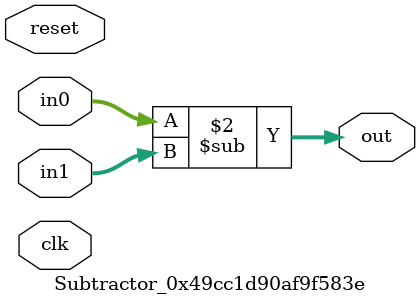
<source format=v>
`default_nettype none
module GcdUnitRTL_0x791afe0d4d8c
(
  input  wire [   0:0] clk,
  input  wire [  31:0] req_msg,
  output wire [   0:0] req_rdy,
  input  wire [   0:0] req_val,
  input  wire [   0:0] reset,
  output wire [  15:0] resp_msg,
  input  wire [   0:0] resp_rdy,
  output wire [   0:0] resp_val
);

  // ctrl temporaries
  wire   [   0:0] ctrl$is_b_zero;
  wire   [   0:0] ctrl$resp_rdy;
  wire   [   0:0] ctrl$clk;
  wire   [   0:0] ctrl$is_a_lt_b;
  wire   [   0:0] ctrl$req_val;
  wire   [   0:0] ctrl$reset;
  wire   [   1:0] ctrl$a_mux_sel;
  wire   [   0:0] ctrl$resp_val;
  wire   [   0:0] ctrl$b_mux_sel;
  wire   [   0:0] ctrl$b_reg_en;
  wire   [   0:0] ctrl$a_reg_en;
  wire   [   0:0] ctrl$req_rdy;

  GcdUnitCtrlRTL_0x791afe0d4d8c ctrl
  (
    .is_b_zero ( ctrl$is_b_zero ),
    .resp_rdy  ( ctrl$resp_rdy ),
    .clk       ( ctrl$clk ),
    .is_a_lt_b ( ctrl$is_a_lt_b ),
    .req_val   ( ctrl$req_val ),
    .reset     ( ctrl$reset ),
    .a_mux_sel ( ctrl$a_mux_sel ),
    .resp_val  ( ctrl$resp_val ),
    .b_mux_sel ( ctrl$b_mux_sel ),
    .b_reg_en  ( ctrl$b_reg_en ),
    .a_reg_en  ( ctrl$a_reg_en ),
    .req_rdy   ( ctrl$req_rdy )
  );

  // dpath temporaries
  wire   [   1:0] dpath$a_mux_sel;
  wire   [   0:0] dpath$clk;
  wire   [  15:0] dpath$req_msg_b;
  wire   [  15:0] dpath$req_msg_a;
  wire   [   0:0] dpath$b_mux_sel;
  wire   [   0:0] dpath$reset;
  wire   [   0:0] dpath$b_reg_en;
  wire   [   0:0] dpath$a_reg_en;
  wire   [   0:0] dpath$is_b_zero;
  wire   [  15:0] dpath$resp_msg;
  wire   [   0:0] dpath$is_a_lt_b;

  GcdUnitDpathRTL_0x791afe0d4d8c dpath
  (
    .a_mux_sel ( dpath$a_mux_sel ),
    .clk       ( dpath$clk ),
    .req_msg_b ( dpath$req_msg_b ),
    .req_msg_a ( dpath$req_msg_a ),
    .b_mux_sel ( dpath$b_mux_sel ),
    .reset     ( dpath$reset ),
    .b_reg_en  ( dpath$b_reg_en ),
    .a_reg_en  ( dpath$a_reg_en ),
    .is_b_zero ( dpath$is_b_zero ),
    .resp_msg  ( dpath$resp_msg ),
    .is_a_lt_b ( dpath$is_a_lt_b )
  );

  // signal connections
  assign ctrl$clk        = clk;
  assign ctrl$is_a_lt_b  = dpath$is_a_lt_b;
  assign ctrl$is_b_zero  = dpath$is_b_zero;
  assign ctrl$req_val    = req_val;
  assign ctrl$reset      = reset;
  assign ctrl$resp_rdy   = resp_rdy;
  assign dpath$a_mux_sel = ctrl$a_mux_sel;
  assign dpath$a_reg_en  = ctrl$a_reg_en;
  assign dpath$b_mux_sel = ctrl$b_mux_sel;
  assign dpath$b_reg_en  = ctrl$b_reg_en;
  assign dpath$clk       = clk;
  assign dpath$req_msg_a = req_msg[31:16];
  assign dpath$req_msg_b = req_msg[15:0];
  assign dpath$reset     = reset;
  assign req_rdy         = ctrl$req_rdy;
  assign resp_msg        = dpath$resp_msg;
  assign resp_val        = ctrl$resp_val;



endmodule // GcdUnitRTL_0x791afe0d4d8c
`default_nettype wire

//-----------------------------------------------------------------------------
// GcdUnitCtrlRTL_0x791afe0d4d8c
//-----------------------------------------------------------------------------
// dump-vcd: False
`default_nettype none
module GcdUnitCtrlRTL_0x791afe0d4d8c
(
  output reg  [   1:0] a_mux_sel,
  output reg  [   0:0] a_reg_en,
  output reg  [   0:0] b_mux_sel,
  output reg  [   0:0] b_reg_en,
  input  wire [   0:0] clk,
  input  wire [   0:0] is_a_lt_b,
  input  wire [   0:0] is_b_zero,
  output reg  [   0:0] req_rdy,
  input  wire [   0:0] req_val,
  input  wire [   0:0] reset,
  input  wire [   0:0] resp_rdy,
  output reg  [   0:0] resp_val
);

  // register declarations
  reg    [   1:0] curr_state__0;
  reg    [   1:0] current_state__1;
  reg    [   0:0] do_sub;
  reg    [   0:0] do_swap;
  reg    [   1:0] next_state__0;
  reg    [   1:0] state$in_;

  // localparam declarations
  localparam A_MUX_SEL_B = 2;
  localparam A_MUX_SEL_IN = 0;
  localparam A_MUX_SEL_SUB = 1;
  localparam A_MUX_SEL_X = 0;
  localparam B_MUX_SEL_A = 0;
  localparam B_MUX_SEL_IN = 1;
  localparam B_MUX_SEL_X = 0;
  localparam STATE_CALC = 1;
  localparam STATE_DONE = 2;
  localparam STATE_IDLE = 0;

  // state temporaries
  wire   [   0:0] state$reset;
  wire   [   0:0] state$clk;
  wire   [   1:0] state$out;

  RegRst_0x9d590fa560cd325 state
  (
    .reset ( state$reset ),
    .in_   ( state$in_ ),
    .clk   ( state$clk ),
    .out   ( state$out )
  );

  // signal connections
  assign state$clk   = clk;
  assign state$reset = reset;


  // PYMTL SOURCE:
  //
  // @s.combinational
  // def state_transitions():
  //
  //       curr_state = s.state.out
  //       next_state = s.state.out
  //
  //       # Transitions out of IDLE state
  //
  //       if ( curr_state == s.STATE_IDLE ):
  //         if ( s.req_val ):
  //           next_state = s.STATE_CALC
  //
  //       # Transitions out of CALC state
  //
  //       if ( curr_state == s.STATE_CALC ):
  //         if ( not s.is_a_lt_b and s.is_b_zero ):
  //           next_state = s.STATE_DONE
  //
  //       # Transitions out of DONE state
  //
  //       if ( curr_state == s.STATE_DONE ):
  //         if ( s.resp_val and s.resp_rdy ):
  //           next_state = s.STATE_IDLE
  //
  //       s.state.in_.value = next_state

  // logic for state_transitions()
  always @ (*) begin
    curr_state__0 = state$out;
    next_state__0 = state$out;
    if ((curr_state__0 == STATE_IDLE)) begin
      if (req_val) begin
        next_state__0 = STATE_CALC;
      end
      else begin
      end
    end
    else begin
    end
    if ((curr_state__0 == STATE_CALC)) begin
      if ((!is_a_lt_b&&is_b_zero)) begin
        next_state__0 = STATE_DONE;
      end
      else begin
      end
    end
    else begin
    end
    if ((curr_state__0 == STATE_DONE)) begin
      if ((resp_val&&resp_rdy)) begin
        next_state__0 = STATE_IDLE;
      end
      else begin
      end
    end
    else begin
    end
    state$in_ = next_state__0;
  end

  // PYMTL SOURCE:
  //
  // @s.combinational
  // def state_outputs():
  //
  //       current_state = s.state.out
  //
  //       # In IDLE state we simply wait for inputs to arrive and latch them
  //
  //       if current_state == s.STATE_IDLE:
  //         s.req_rdy.value   = 1
  //         s.resp_val.value  = 0
  //         s.a_mux_sel.value = A_MUX_SEL_IN
  //         s.a_reg_en.value  = 1
  //         s.b_mux_sel.value = B_MUX_SEL_IN
  //         s.b_reg_en.value  = 1
  //
  //       # In CALC state we iteratively swap/sub to calculate GCD
  //
  //       elif current_state == s.STATE_CALC:
  //
  //         s.do_swap.value = s.is_a_lt_b
  //         s.do_sub.value  = ~s.is_b_zero
  //
  //         s.req_rdy.value   = 0
  //         s.resp_val.value  = 0
  //         s.a_mux_sel.value = A_MUX_SEL_B if s.do_swap else A_MUX_SEL_SUB
  //         s.a_reg_en.value  = 1
  //         s.b_mux_sel.value = B_MUX_SEL_A
  //         s.b_reg_en.value  = s.do_swap
  //
  //       # In DONE state we simply wait for output transaction to occur
  //
  //       elif current_state == s.STATE_DONE:
  //         s.req_rdy.value   = 0
  //         s.resp_val.value  = 1
  //         s.a_mux_sel.value = A_MUX_SEL_X
  //         s.a_reg_en.value  = 0
  //         s.b_mux_sel.value = B_MUX_SEL_X
  //         s.b_reg_en.value  = 0

  // logic for state_outputs()
  always @ (*) begin
    current_state__1 = state$out;
    if ((current_state__1 == STATE_IDLE)) begin
      req_rdy = 1;
      resp_val = 0;
      a_mux_sel = A_MUX_SEL_IN;
      a_reg_en = 1;
      b_mux_sel = B_MUX_SEL_IN;
      b_reg_en = 1;
    end
    else begin
      if ((current_state__1 == STATE_CALC)) begin
        do_swap = is_a_lt_b;
        do_sub = ~is_b_zero;
        req_rdy = 0;
        resp_val = 0;
        a_mux_sel = do_swap ? A_MUX_SEL_B : A_MUX_SEL_SUB;
        a_reg_en = 1;
        b_mux_sel = B_MUX_SEL_A;
        b_reg_en = do_swap;
      end
      else begin
        if ((current_state__1 == STATE_DONE)) begin
          req_rdy = 0;
          resp_val = 1;
          a_mux_sel = A_MUX_SEL_X;
          a_reg_en = 0;
          b_mux_sel = B_MUX_SEL_X;
          b_reg_en = 0;
        end
        else begin
        end
      end
    end
  end


endmodule // GcdUnitCtrlRTL_0x791afe0d4d8c
`default_nettype wire

//-----------------------------------------------------------------------------
// RegRst_0x9d590fa560cd325
//-----------------------------------------------------------------------------
// dtype: 2
// reset_value: 0
// dump-vcd: False
`default_nettype none
module RegRst_0x9d590fa560cd325
(
  input  wire [   0:0] clk,
  input  wire [   1:0] in_,
  output reg  [   1:0] out,
  input  wire [   0:0] reset
);

  // localparam declarations
  localparam reset_value = 0;



  // PYMTL SOURCE:
  //
  // @s.posedge_clk
  // def seq_logic():
  //       if s.reset:
  //         s.out.next = reset_value
  //       else:
  //         s.out.next = s.in_

  // logic for seq_logic()
  always @ (posedge clk) begin
    if (reset) begin
      out <= reset_value;
    end
    else begin
      out <= in_;
    end
  end


endmodule // RegRst_0x9d590fa560cd325
`default_nettype wire

//-----------------------------------------------------------------------------
// GcdUnitDpathRTL_0x791afe0d4d8c
//-----------------------------------------------------------------------------
// dump-vcd: False
`default_nettype none
module GcdUnitDpathRTL_0x791afe0d4d8c
(
  input  wire [   1:0] a_mux_sel,
  input  wire [   0:0] a_reg_en,
  input  wire [   0:0] b_mux_sel,
  input  wire [   0:0] b_reg_en,
  input  wire [   0:0] clk,
  output wire [   0:0] is_a_lt_b,
  output wire [   0:0] is_b_zero,
  input  wire [  15:0] req_msg_a,
  input  wire [  15:0] req_msg_b,
  input  wire [   0:0] reset,
  output wire [  15:0] resp_msg
);

  // wire declarations
  wire   [  15:0] sub_out;
  wire   [  15:0] b_reg_out;


  // a_reg temporaries
  wire   [   0:0] a_reg$reset;
  wire   [  15:0] a_reg$in_;
  wire   [   0:0] a_reg$clk;
  wire   [   0:0] a_reg$en;
  wire   [  15:0] a_reg$out;

  RegEn_0x228aa7180340622c a_reg
  (
    .reset ( a_reg$reset ),
    .in_   ( a_reg$in_ ),
    .clk   ( a_reg$clk ),
    .en    ( a_reg$en ),
    .out   ( a_reg$out )
  );

  // a_lt_b temporaries
  wire   [   0:0] a_lt_b$reset;
  wire   [   0:0] a_lt_b$clk;
  wire   [  15:0] a_lt_b$in0;
  wire   [  15:0] a_lt_b$in1;
  wire   [   0:0] a_lt_b$out;

  LtComparator_0x49cc1d90af9f583e a_lt_b
  (
    .reset ( a_lt_b$reset ),
    .clk   ( a_lt_b$clk ),
    .in0   ( a_lt_b$in0 ),
    .in1   ( a_lt_b$in1 ),
    .out   ( a_lt_b$out )
  );

  // b_zero temporaries
  wire   [   0:0] b_zero$reset;
  wire   [  15:0] b_zero$in_;
  wire   [   0:0] b_zero$clk;
  wire   [   0:0] b_zero$out;

  ZeroComparator_0x49cc1d90af9f583e b_zero
  (
    .reset ( b_zero$reset ),
    .in_   ( b_zero$in_ ),
    .clk   ( b_zero$clk ),
    .out   ( b_zero$out )
  );

  // a_mux temporaries
  wire   [   0:0] a_mux$reset;
  wire   [  15:0] a_mux$in_$000;
  wire   [  15:0] a_mux$in_$001;
  wire   [  15:0] a_mux$in_$002;
  wire   [   0:0] a_mux$clk;
  wire   [   1:0] a_mux$sel;
  wire   [  15:0] a_mux$out;

  Mux_0x568f47d5c91d60ea a_mux
  (
    .reset   ( a_mux$reset ),
    .in_$000 ( a_mux$in_$000 ),
    .in_$001 ( a_mux$in_$001 ),
    .in_$002 ( a_mux$in_$002 ),
    .clk     ( a_mux$clk ),
    .sel     ( a_mux$sel ),
    .out     ( a_mux$out )
  );

  // b_mux temporaries
  wire   [   0:0] b_mux$reset;
  wire   [  15:0] b_mux$in_$000;
  wire   [  15:0] b_mux$in_$001;
  wire   [   0:0] b_mux$clk;
  wire   [   0:0] b_mux$sel;
  wire   [  15:0] b_mux$out;

  Mux_0x18182ca682bd5d4d b_mux
  (
    .reset   ( b_mux$reset ),
    .in_$000 ( b_mux$in_$000 ),
    .in_$001 ( b_mux$in_$001 ),
    .clk     ( b_mux$clk ),
    .sel     ( b_mux$sel ),
    .out     ( b_mux$out )
  );

  // sub temporaries
  wire   [   0:0] sub$reset;
  wire   [   0:0] sub$clk;
  wire   [  15:0] sub$in0;
  wire   [  15:0] sub$in1;
  wire   [  15:0] sub$out;

  Subtractor_0x49cc1d90af9f583e sub
  (
    .reset ( sub$reset ),
    .clk   ( sub$clk ),
    .in0   ( sub$in0 ),
    .in1   ( sub$in1 ),
    .out   ( sub$out )
  );

  // b_reg temporaries
  wire   [   0:0] b_reg$reset;
  wire   [  15:0] b_reg$in_;
  wire   [   0:0] b_reg$clk;
  wire   [   0:0] b_reg$en;
  wire   [  15:0] b_reg$out;

  RegEn_0x228aa7180340622c b_reg
  (
    .reset ( b_reg$reset ),
    .in_   ( b_reg$in_ ),
    .clk   ( b_reg$clk ),
    .en    ( b_reg$en ),
    .out   ( b_reg$out )
  );

  // signal connections
  assign a_lt_b$clk    = clk;
  assign a_lt_b$in0    = a_reg$out;
  assign a_lt_b$in1    = b_reg$out;
  assign a_lt_b$reset  = reset;
  assign a_mux$clk     = clk;
  assign a_mux$in_$000 = req_msg_a;
  assign a_mux$in_$001 = sub_out;
  assign a_mux$in_$002 = b_reg_out;
  assign a_mux$reset   = reset;
  assign a_mux$sel     = a_mux_sel;
  assign a_reg$clk     = clk;
  assign a_reg$en      = a_reg_en;
  assign a_reg$in_     = a_mux$out;
  assign a_reg$reset   = reset;
  assign b_mux$clk     = clk;
  assign b_mux$in_$000 = a_reg$out;
  assign b_mux$in_$001 = req_msg_b;
  assign b_mux$reset   = reset;
  assign b_mux$sel     = b_mux_sel;
  assign b_reg$clk     = clk;
  assign b_reg$en      = b_reg_en;
  assign b_reg$in_     = b_mux$out;
  assign b_reg$reset   = reset;
  assign b_reg_out     = b_reg$out;
  assign b_zero$clk    = clk;
  assign b_zero$in_    = b_reg$out;
  assign b_zero$reset  = reset;
  assign is_a_lt_b     = a_lt_b$out;
  assign is_b_zero     = b_zero$out;
  assign resp_msg      = sub$out;
  assign sub$clk       = clk;
  assign sub$in0       = a_reg$out;
  assign sub$in1       = b_reg$out;
  assign sub$reset     = reset;
  assign sub_out       = sub$out;



endmodule // GcdUnitDpathRTL_0x791afe0d4d8c
`default_nettype wire

//-----------------------------------------------------------------------------
// RegEn_0x228aa7180340622c
//-----------------------------------------------------------------------------
// dtype: 16
// dump-vcd: False
`default_nettype none
module RegEn_0x228aa7180340622c
(
  input  wire [   0:0] clk,
  input  wire [   0:0] en,
  input  wire [  15:0] in_,
  output reg  [  15:0] out,
  input  wire [   0:0] reset
);



  // PYMTL SOURCE:
  //
  // @s.posedge_clk
  // def seq_logic():
  //       if s.en:
  //         s.out.next = s.in_

  // logic for seq_logic()
  always @ (posedge clk) begin
    if (en) begin
      out <= in_;
    end
    else begin
    end
  end


endmodule // RegEn_0x228aa7180340622c
`default_nettype wire

//-----------------------------------------------------------------------------
// LtComparator_0x49cc1d90af9f583e
//-----------------------------------------------------------------------------
// nbits: 16
// dump-vcd: False
`default_nettype none
module LtComparator_0x49cc1d90af9f583e
(
  input  wire [   0:0] clk,
  input  wire [  15:0] in0,
  input  wire [  15:0] in1,
  output reg  [   0:0] out,
  input  wire [   0:0] reset
);



  // PYMTL SOURCE:
  //
  // @s.combinational
  // def comb_logic():
  //       s.out.value = s.in0 < s.in1

  // logic for comb_logic()
  always @ (*) begin
    out = (in0 < in1);
  end


endmodule // LtComparator_0x49cc1d90af9f583e
`default_nettype wire

//-----------------------------------------------------------------------------
// ZeroComparator_0x49cc1d90af9f583e
//-----------------------------------------------------------------------------
// nbits: 16
// dump-vcd: False
`default_nettype none
module ZeroComparator_0x49cc1d90af9f583e
(
  input  wire [   0:0] clk,
  input  wire [  15:0] in_,
  output reg  [   0:0] out,
  input  wire [   0:0] reset
);



  // PYMTL SOURCE:
  //
  // @s.combinational
  // def comb_logic():
  //       s.out.value = s.in_ == 0

  // logic for comb_logic()
  always @ (*) begin
    out = (in_ == 0);
  end


endmodule // ZeroComparator_0x49cc1d90af9f583e
`default_nettype wire

//-----------------------------------------------------------------------------
// Mux_0x568f47d5c91d60ea
//-----------------------------------------------------------------------------
// dtype: 16
// nports: 3
// dump-vcd: False
`default_nettype none
module Mux_0x568f47d5c91d60ea
(
  input  wire [   0:0] clk,
  input  wire [  15:0] in_$000,
  input  wire [  15:0] in_$001,
  input  wire [  15:0] in_$002,
  output reg  [  15:0] out,
  input  wire [   0:0] reset,
  input  wire [   1:0] sel
);

  // localparam declarations
  localparam nports = 3;


  // array declarations
  wire   [  15:0] in_[0:2];
  assign in_[  0] = in_$000;
  assign in_[  1] = in_$001;
  assign in_[  2] = in_$002;

  // PYMTL SOURCE:
  //
  // @s.combinational
  // def comb_logic():
  //       assert s.sel < nports
  //       s.out.v = s.in_[ s.sel ]

  // logic for comb_logic()
  always @ (*) begin
    out = in_[sel];
  end


endmodule // Mux_0x568f47d5c91d60ea
`default_nettype wire

//-----------------------------------------------------------------------------
// Mux_0x18182ca682bd5d4d
//-----------------------------------------------------------------------------
// dtype: 16
// nports: 2
// dump-vcd: False
`default_nettype none
module Mux_0x18182ca682bd5d4d
(
  input  wire [   0:0] clk,
  input  wire [  15:0] in_$000,
  input  wire [  15:0] in_$001,
  output reg  [  15:0] out,
  input  wire [   0:0] reset,
  input  wire [   0:0] sel
);

  // localparam declarations
  localparam nports = 2;


  // array declarations
  wire   [  15:0] in_[0:1];
  assign in_[  0] = in_$000;
  assign in_[  1] = in_$001;

  // PYMTL SOURCE:
  //
  // @s.combinational
  // def comb_logic():
  //       assert s.sel < nports
  //       s.out.v = s.in_[ s.sel ]

  // logic for comb_logic()
  always @ (*) begin
    out = in_[sel];
  end


endmodule // Mux_0x18182ca682bd5d4d
`default_nettype wire

//-----------------------------------------------------------------------------
// Subtractor_0x49cc1d90af9f583e
//-----------------------------------------------------------------------------
// nbits: 16
// dump-vcd: False
`default_nettype none
module Subtractor_0x49cc1d90af9f583e
(
  input  wire [   0:0] clk,
  input  wire [  15:0] in0,
  input  wire [  15:0] in1,
  output reg  [  15:0] out,
  input  wire [   0:0] reset
);



  // PYMTL SOURCE:
  //
  // @s.combinational
  // def comb_logic():
  //       s.out.value = s.in0 - s.in1

  // logic for comb_logic()
  always @ (*) begin
    out = (in0-in1);
  end


endmodule // Subtractor_0x49cc1d90af9f583e
`default_nettype wire


</source>
